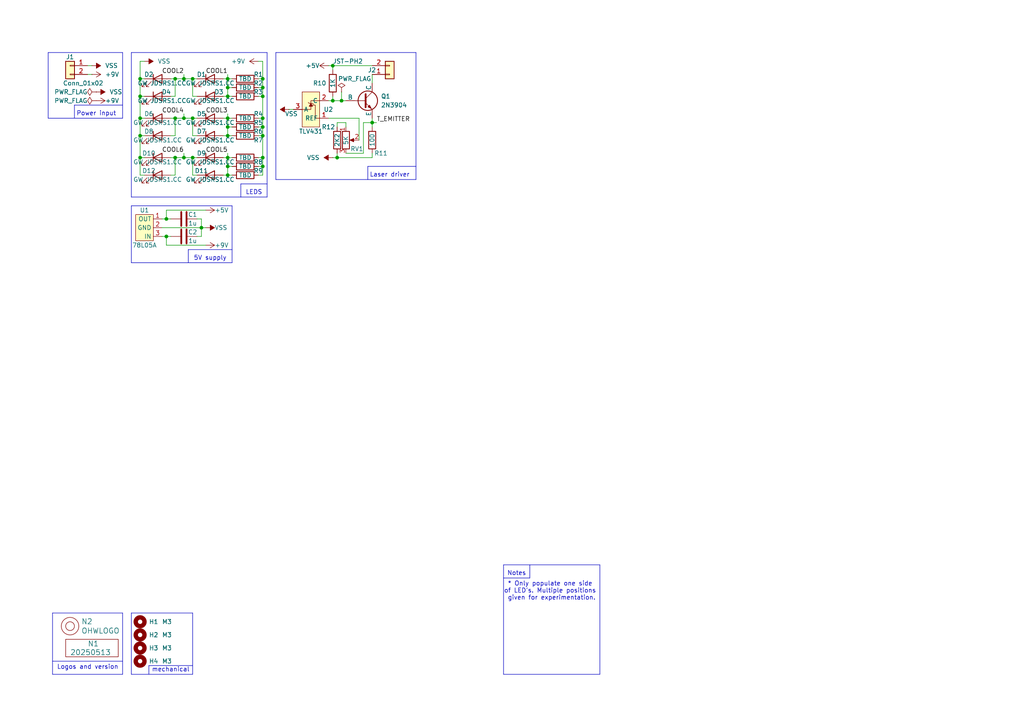
<source format=kicad_sch>
(kicad_sch (version 20231120) (generator "eeschema") (generator_version "8.0")
  (paper "A4")
  (lib_symbols
    (symbol "Connector_Generic:Conn_01x02" (pin_names (offset 1.016) hide)
      (property "Reference" "J" (at 0 2.54 0))
      (property "Value" "Conn_01x02" (at 0 -5.08 0))
      (symbol "Conn_01x02_1_1"
        (rectangle (start -1.27 -2.413) (end 0 -2.667) (stroke (width 0.1524)))
        (rectangle (start -1.27 0.127) (end 0 -0.127) (stroke (width 0.1524)))
        (rectangle (start -1.27 1.27) (end 1.27 -3.81) (stroke (width 0.254)) (fill (type background)))
        (pin passive line (at -5.08 0 0) (length 3.81) (name "Pin_1") (number "1"))
        (pin passive line (at -5.08 -2.54 0) (length 3.81) (name "Pin_2") (number "2"))
      )
    )
    (symbol "Device:C" (pin_numbers hide) (pin_names (offset 0.254))
      (property "Reference" "C" (at 0.635 2.54 0))
      (property "Value" "C" (at 0.635 -2.54 0))
      (symbol "C_0_1"
        (polyline (pts (xy -2.032 -0.762) (xy 2.032 -0.762)) (stroke (width 0.508)))
        (polyline (pts (xy -2.032 0.762) (xy 2.032 0.762)) (stroke (width 0.508)))
      )
      (symbol "C_1_1"
        (pin passive line (at 0 3.81 270) (length 2.794) (name "~") (number "1"))
        (pin passive line (at 0 -3.81 90) (length 2.794) (name "~") (number "2"))
      )
    )
    (symbol "Device:LED" (pin_numbers hide) (pin_names (offset 1.016) hide)
      (property "Reference" "D" (at 0 2.54 0))
      (property "Value" "LED" (at 0 -2.54 0))
      (symbol "LED_0_1"
        (polyline (pts (xy -1.27 -1.27) (xy -1.27 1.27)) (stroke (width 0.254)))
        (polyline (pts (xy -1.27 0) (xy 1.27 0)))
        (polyline (pts (xy 1.27 -1.27) (xy 1.27 1.27) (xy -1.27 0) (xy 1.27 -1.27)) (stroke (width 0.254)))
        (polyline (pts (xy -3.048 -0.762) (xy -4.572 -2.286) (xy -3.81 -2.286) (xy -4.572 -2.286) (xy -4.572 -1.524)))
        (polyline (pts (xy -1.778 -0.762) (xy -3.302 -2.286) (xy -2.54 -2.286) (xy -3.302 -2.286) (xy -3.302 -1.524)))
      )
      (symbol "LED_1_1"
        (pin passive line (at -3.81 0 0) (length 2.54) (name "K") (number "1"))
        (pin passive line (at 3.81 0 180) (length 2.54) (name "A") (number "2"))
      )
    )
    (symbol "Device:R" (pin_numbers hide) (pin_names (offset 0))
      (property "Reference" "R" (at 2.032 0 90))
      (property "Value" "R" (at 0 0 90))
      (symbol "R_0_1"
        (rectangle (start -1.016 -2.54) (end 1.016 2.54) (stroke (width 0.254)))
      )
      (symbol "R_1_1"
        (pin passive line (at 0 3.81 270) (length 1.27) (name "~") (number "1"))
        (pin passive line (at 0 -3.81 90) (length 1.27) (name "~") (number "2"))
      )
    )
    (symbol "Device:R_Potentiometer" (pin_names (offset 1.016) hide)
      (property "Reference" "RV" (at -4.445 0 90))
      (property "Value" "R_Potentiometer" (at -2.54 0 90))
      (symbol "R_Potentiometer_0_1"
        (polyline (pts (xy 2.54 0) (xy 1.524 0)))
        (polyline (pts (xy 1.143 0) (xy 2.286 0.508) (xy 2.286 -0.508) (xy 1.143 0)) (fill (type outline)))
        (rectangle (start 1.016 2.54) (end -1.016 -2.54) (stroke (width 0.254)))
      )
      (symbol "R_Potentiometer_1_1"
        (pin passive line (at 0 3.81 270) (length 1.27) (name "1") (number "1"))
        (pin passive line (at 3.81 0 180) (length 1.27) (name "2") (number "2"))
        (pin passive line (at 0 -3.81 90) (length 1.27) (name "3") (number "3"))
      )
    )
    (symbol "Mechanical:MountingHole" (pin_names (offset 1.016)) (exclude_from_sim yes) (in_bom no)
      (property "Reference" "H" (at 0 5.08 0))
      (property "Value" "MountingHole" (at 0 3.175 0))
      (symbol "MountingHole_0_1"
        (circle (center 0 0) (radius 1.27) (stroke (width 1.27)))
      )
    )
    (symbol "Simulation_SPICE:NPN" (pin_numbers hide) (pin_names (offset 0))
      (property "Reference" "Q" (at -2.54 7.62 0))
      (property "Value" "NPN" (at -2.54 5.08 0))
      (symbol "NPN_0_1"
        (polyline (pts (xy -2.54 0) (xy 0.635 0)) (stroke (width 0.1524)))
        (polyline (pts (xy 0.635 0.635) (xy 2.54 2.54)))
        (polyline (pts (xy 2.794 -1.27) (xy 2.794 -1.27)) (stroke (width 0.1524)))
        (polyline (pts (xy 2.794 -1.27) (xy 2.794 -1.27)) (stroke (width 0.1524)))
        (polyline (pts (xy 0.635 -0.635) (xy 2.54 -2.54) (xy 2.54 -2.54)))
        (polyline (pts (xy 0.635 1.905) (xy 0.635 -1.905) (xy 0.635 -1.905)) (stroke (width 0.508)))
        (polyline (pts (xy 1.27 -1.778) (xy 1.778 -1.27) (xy 2.286 -2.286) (xy 1.27 -1.778) (xy 1.27 -1.778)) (fill (type outline)))
        (circle (center 1.27 0) (radius 2.8194) (stroke (width 0.254)))
      )
      (symbol "NPN_1_1"
        (pin open_collector line (at 2.54 5.08 270) (length 2.54) (name "C") (number "1"))
        (pin input line (at -5.08 0 0) (length 2.54) (name "B") (number "2"))
        (pin open_emitter line (at 2.54 -5.08 90) (length 2.54) (name "E") (number "3"))
      )
    )
    (symbol "SquantorGenericAnalog:LM78LXX"
      (property "Reference" "U" (at 0 6.35 0))
      (symbol "LM78LXX_1_1"
        (rectangle (start -2.54 3.81) (end 2.54 -3.81) (fill (type background)))
        (pin power_out line (at -5.08 2.54 0) (length 2.54) (name "OUT") (number "1"))
        (pin power_in line (at -5.08 0 0) (length 2.54) (name "GND") (number "2"))
        (pin power_in line (at -5.08 -2.54 0) (length 2.54) (name "IN") (number "3"))
      )
    )
    (symbol "SquantorGenericAnalog:TL431_SOT-23"
      (property "Reference" "U" (at 0 6.35 0))
      (symbol "TL431_SOT-23_0_1"
        (polyline (pts (xy -2.54 2.54) (xy -1.27 2.54) (xy -1.27 -1.27) (xy 0 -1.27)))
        (polyline (pts (xy -0.762 -1.524) (xy -0.508 -1.778) (xy 0.508 -1.778) (xy 0.762 -2.032)))
        (polyline (pts (xy 2.54 0) (xy 0 0) (xy 0 -2.54) (xy -2.54 -2.54)))
      )
      (symbol "TL431_SOT-23_1_1"
        (rectangle (start -2.54 5.08) (end 2.54 -5.08) (fill (type background)))
        (polyline (pts (xy 0 -1.778) (xy 0.508 -0.889) (xy -0.508 -0.889) (xy 0 -1.778)) (fill (type outline)))
        (pin input line (at -5.08 2.54 0) (length 2.54) (name "REF") (number "1"))
        (pin power_in line (at -5.08 -2.54 0) (length 2.54) (name "C") (number "2"))
        (pin power_in line (at 5.08 0 180) (length 2.54) (name "A") (number "3"))
      )
    )
    (symbol "SquantorLabels:OHWLOGO" (pin_names (offset 1.016))
      (property "Reference" "N" (at 0 3.81 0))
      (property "Value" "OHWLOGO" (at 0 -3.81 0))
      (symbol "OHWLOGO_0_1"
        (circle (center 0 0) (radius 1.27))
        (circle (center 0 0) (radius 2.54))
      )
    )
    (symbol "SquantorLabels:VYYYYMMDD" (pin_names (offset 1.016))
      (property "Reference" "N" (at 0 2.54 0))
      (property "Value" "VYYYYMMDD" (at 0 0 0))
      (symbol "VYYYYMMDD_0_1"
        (rectangle (start 7.62 -1.27) (end -7.62 3.81))
      )
    )
    (symbol "power:+5V" (power) (pin_numbers hide) (pin_names (offset 0) hide)
      (property "Value" "+5V" (at 0 3.556 0))
      (symbol "+5V_0_1"
        (polyline (pts (xy -0.762 1.27) (xy 0 2.54)))
        (polyline (pts (xy 0 0) (xy 0 2.54)))
        (polyline (pts (xy 0 2.54) (xy 0.762 1.27)))
      )
      (symbol "+5V_1_1"
        (pin power_in line (at 0 0 90) (length 0) (name "~") (number "1"))
      )
    )
    (symbol "power:+9V" (power) (pin_numbers hide) (pin_names (offset 0) hide)
      (property "Value" "+9V" (at 0 3.556 0))
      (symbol "+9V_0_1"
        (polyline (pts (xy -0.762 1.27) (xy 0 2.54)))
        (polyline (pts (xy 0 0) (xy 0 2.54)))
        (polyline (pts (xy 0 2.54) (xy 0.762 1.27)))
      )
      (symbol "+9V_1_1"
        (pin power_in line (at 0 0 90) (length 0) (name "~") (number "1"))
      )
    )
    (symbol "power:PWR_FLAG" (power) (pin_numbers hide) (pin_names (offset 0) hide)
      (property "Value" "PWR_FLAG" (at 0 3.81 0))
      (symbol "PWR_FLAG_0_0"
        (pin power_out line (at 0 0 90) (length 0) (name "~") (number "1"))
      )
      (symbol "PWR_FLAG_0_1"
        (polyline (pts (xy 0 0) (xy 0 1.27) (xy -1.016 1.905) (xy 0 2.54) (xy 1.016 1.905) (xy 0 1.27)))
      )
    )
    (symbol "power:VSS" (power) (pin_numbers hide) (pin_names (offset 0) hide)
      (property "Value" "VSS" (at 0 3.556 0))
      (symbol "VSS_0_1"
        (polyline (pts (xy 0 0) (xy 0 2.54)))
        (polyline (pts (xy 0.762 1.27) (xy -0.762 1.27) (xy 0 2.54) (xy 0.762 1.27)) (fill (type outline)))
      )
      (symbol "VSS_1_1"
        (pin power_in line (at 0 0 90) (length 0) (name "~") (number "1"))
      )
    )
  )
  (junction (at 66.04 22.86))
  (junction (at 55.88 22.86))
  (junction (at 40.64 27.94))
  (junction (at 50.8 45.72))
  (junction (at 76.2 36.83))
  (junction (at 55.88 45.72))
  (junction (at 96.52 29.21))
  (junction (at 66.04 48.26))
  (junction (at 76.2 39.37))
  (junction (at 76.2 48.26))
  (junction (at 53.34 45.72))
  (junction (at 76.2 25.4))
  (junction (at 97.79 45.72))
  (junction (at 107.95 35.56))
  (junction (at 53.34 22.86))
  (junction (at 76.2 22.86))
  (junction (at 66.04 39.37))
  (junction (at 53.34 34.29))
  (junction (at 66.04 45.72))
  (junction (at 76.2 27.94))
  (junction (at 40.64 39.37))
  (junction (at 50.8 22.86))
  (junction (at 76.2 34.29))
  (junction (at 76.2 45.72))
  (junction (at 50.8 34.29))
  (junction (at 66.04 34.29))
  (junction (at 66.04 50.8))
  (junction (at 99.06 29.21))
  (junction (at 66.04 25.4))
  (junction (at 66.04 27.94))
  (junction (at 48.26 68.58))
  (junction (at 40.64 34.29))
  (junction (at 40.64 45.72))
  (junction (at 66.04 36.83))
  (junction (at 58.42 66.04))
  (junction (at 40.64 22.86))
  (junction (at 48.26 63.5))
  (junction (at 55.88 34.29))
  (junction (at 96.52 19.05))
  (wire (pts (xy 57.15 63.5) (xy 58.42 63.5)))
  (wire (pts (xy 100.33 36.83) (xy 100.33 35.56)))
  (polyline (pts (xy 153.67 167.64) (xy 153.67 163.83)))
  (polyline (pts (xy 38.1 177.8) (xy 55.88 177.8)))
  (wire (pts (xy 66.04 25.4) (xy 66.04 27.94)))
  (wire (pts (xy 50.8 22.86) (xy 53.34 22.86)))
  (polyline (pts (xy 77.47 15.24) (xy 38.1 15.24)))
  (polyline (pts (xy 55.88 177.8) (xy 55.88 195.58)))
  (wire (pts (xy 41.91 39.37) (xy 40.64 39.37)))
  (polyline (pts (xy 55.88 195.58) (xy 38.1 195.58)))
  (wire (pts (xy 48.26 60.96) (xy 48.26 63.5)))
  (wire (pts (xy 58.42 68.58) (xy 58.42 66.04)))
  (wire (pts (xy 76.2 22.86) (xy 76.2 25.4)))
  (wire (pts (xy 49.53 50.8) (xy 50.8 50.8)))
  (wire (pts (xy 40.64 27.94) (xy 41.91 27.94)))
  (wire (pts (xy 53.34 21.59) (xy 53.34 22.86)))
  (wire (pts (xy 53.34 33.02) (xy 53.34 34.29)))
  (wire (pts (xy 50.8 45.72) (xy 53.34 45.72)))
  (wire (pts (xy 50.8 27.94) (xy 50.8 22.86)))
  (wire (pts (xy 105.41 44.45) (xy 105.41 35.56)))
  (polyline (pts (xy 120.65 52.07) (xy 120.65 15.24)))
  (wire (pts (xy 96.52 27.94) (xy 96.52 29.21)))
  (polyline (pts (xy 67.31 76.2) (xy 67.31 59.69)))
  (wire (pts (xy 40.64 22.86) (xy 40.64 27.94)))
  (wire (pts (xy 74.93 25.4) (xy 76.2 25.4)))
  (wire (pts (xy 104.14 34.29) (xy 95.25 34.29)))
  (wire (pts (xy 40.64 39.37) (xy 40.64 45.72)))
  (polyline (pts (xy 38.1 195.58) (xy 38.1 177.8)))
  (wire (pts (xy 76.2 34.29) (xy 76.2 36.83)))
  (polyline (pts (xy 15.24 177.8) (xy 15.24 195.58)))
  (wire (pts (xy 96.52 29.21) (xy 99.06 29.21)))
  (polyline (pts (xy 80.01 52.07) (xy 120.65 52.07)))
  (polyline (pts (xy 173.99 195.58) (xy 146.05 195.58)))
  (polyline (pts (xy 80.01 15.24) (xy 80.01 52.07)))
  (polyline (pts (xy 35.56 177.8) (xy 15.24 177.8)))
  (wire (pts (xy 107.95 44.45) (xy 107.95 45.72)))
  (wire (pts (xy 53.34 34.29) (xy 55.88 34.29)))
  (polyline (pts (xy 69.85 53.34) (xy 69.85 57.15)))
  (polyline (pts (xy 35.56 15.24) (xy 13.97 15.24)))
  (wire (pts (xy 59.69 60.96) (xy 48.26 60.96)))
  (polyline (pts (xy 146.05 163.83) (xy 173.99 163.83)))
  (wire (pts (xy 64.77 39.37) (xy 66.04 39.37)))
  (wire (pts (xy 96.52 19.05) (xy 107.95 19.05)))
  (wire (pts (xy 53.34 45.72) (xy 55.88 45.72)))
  (wire (pts (xy 66.04 22.86) (xy 66.04 25.4)))
  (wire (pts (xy 76.2 50.8) (xy 74.93 50.8)))
  (wire (pts (xy 55.88 34.29) (xy 57.15 34.29)))
  (polyline (pts (xy 77.47 53.34) (xy 69.85 53.34)))
  (wire (pts (xy 76.2 36.83) (xy 76.2 39.37)))
  (wire (pts (xy 74.93 45.72) (xy 76.2 45.72)))
  (wire (pts (xy 41.91 50.8) (xy 40.64 50.8)))
  (polyline (pts (xy 146.05 167.64) (xy 153.67 167.64)))
  (polyline (pts (xy 21.59 30.48) (xy 21.59 34.29)))
  (wire (pts (xy 53.34 22.86) (xy 55.88 22.86)))
  (polyline (pts (xy 38.1 15.24) (xy 38.1 57.15)))
  (wire (pts (xy 66.04 34.29) (xy 66.04 36.83)))
  (wire (pts (xy 59.69 71.12) (xy 48.26 71.12)))
  (polyline (pts (xy 67.31 72.39) (xy 54.61 72.39)))
  (wire (pts (xy 40.64 34.29) (xy 41.91 34.29)))
  (polyline (pts (xy 35.56 30.48) (xy 21.59 30.48)))
  (polyline (pts (xy 54.61 72.39) (xy 54.61 76.2)))
  (wire (pts (xy 66.04 36.83) (xy 67.31 36.83)))
  (wire (pts (xy 40.64 27.94) (xy 40.64 34.29)))
  (wire (pts (xy 76.2 39.37) (xy 76.2 45.72)))
  (wire (pts (xy 66.04 36.83) (xy 66.04 39.37)))
  (polyline (pts (xy 106.68 48.26) (xy 106.68 52.07)))
  (wire (pts (xy 40.64 45.72) (xy 40.64 50.8)))
  (wire (pts (xy 57.15 50.8) (xy 55.88 50.8)))
  (wire (pts (xy 46.99 63.5) (xy 48.26 63.5)))
  (wire (pts (xy 96.52 45.72) (xy 97.79 45.72)))
  (wire (pts (xy 48.26 63.5) (xy 49.53 63.5)))
  (wire (pts (xy 66.04 45.72) (xy 66.04 48.26)))
  (polyline (pts (xy 146.05 163.83) (xy 146.05 195.58)))
  (wire (pts (xy 50.8 34.29) (xy 50.8 39.37)))
  (wire (pts (xy 64.77 50.8) (xy 66.04 50.8)))
  (wire (pts (xy 76.2 45.72) (xy 76.2 48.26)))
  (wire (pts (xy 67.31 50.8) (xy 66.04 50.8)))
  (wire (pts (xy 99.06 26.67) (xy 99.06 29.21)))
  (wire (pts (xy 66.04 33.02) (xy 66.04 34.29)))
  (wire (pts (xy 100.33 44.45) (xy 105.41 44.45)))
  (wire (pts (xy 100.33 35.56) (xy 97.79 35.56)))
  (polyline (pts (xy 35.56 34.29) (xy 35.56 15.24)))
  (wire (pts (xy 41.91 17.78) (xy 40.64 17.78)))
  (wire (pts (xy 74.93 22.86) (xy 76.2 22.86)))
  (wire (pts (xy 97.79 35.56) (xy 97.79 36.83)))
  (wire (pts (xy 74.93 17.78) (xy 76.2 17.78)))
  (wire (pts (xy 53.34 44.45) (xy 53.34 45.72)))
  (wire (pts (xy 46.99 66.04) (xy 58.42 66.04)))
  (wire (pts (xy 57.15 68.58) (xy 58.42 68.58)))
  (wire (pts (xy 67.31 34.29) (xy 66.04 34.29)))
  (wire (pts (xy 95.25 19.05) (xy 96.52 19.05)))
  (polyline (pts (xy 13.97 15.24) (xy 13.97 34.29)))
  (wire (pts (xy 66.04 25.4) (xy 67.31 25.4)))
  (wire (pts (xy 49.53 34.29) (xy 50.8 34.29)))
  (polyline (pts (xy 77.47 57.15) (xy 77.47 15.24)))
  (wire (pts (xy 76.2 25.4) (xy 76.2 27.94)))
  (wire (pts (xy 58.42 63.5) (xy 58.42 66.04)))
  (wire (pts (xy 50.8 34.29) (xy 53.34 34.29)))
  (wire (pts (xy 55.88 22.86) (xy 55.88 27.94)))
  (wire (pts (xy 48.26 71.12) (xy 48.26 68.58)))
  (wire (pts (xy 67.31 45.72) (xy 66.04 45.72)))
  (wire (pts (xy 40.64 34.29) (xy 40.64 39.37)))
  (wire (pts (xy 95.25 29.21) (xy 96.52 29.21)))
  (wire (pts (xy 96.52 19.05) (xy 96.52 20.32)))
  (wire (pts (xy 64.77 22.86) (xy 66.04 22.86)))
  (wire (pts (xy 97.79 45.72) (xy 107.95 45.72)))
  (wire (pts (xy 107.95 21.59) (xy 107.95 24.13)))
  (wire (pts (xy 55.88 39.37) (xy 55.88 34.29)))
  (wire (pts (xy 74.93 36.83) (xy 76.2 36.83)))
  (wire (pts (xy 66.04 48.26) (xy 66.04 50.8)))
  (wire (pts (xy 99.06 29.21) (xy 100.33 29.21)))
  (polyline (pts (xy 55.88 193.04) (xy 43.18 193.04)))
  (wire (pts (xy 25.4 21.59) (xy 26.67 21.59)))
  (wire (pts (xy 55.88 22.86) (xy 57.15 22.86)))
  (wire (pts (xy 67.31 27.94) (xy 66.04 27.94)))
  (polyline (pts (xy 120.65 48.26) (xy 106.68 48.26)))
  (wire (pts (xy 66.04 44.45) (xy 66.04 45.72)))
  (wire (pts (xy 76.2 17.78) (xy 76.2 22.86)))
  (wire (pts (xy 76.2 48.26) (xy 76.2 50.8)))
  (wire (pts (xy 50.8 45.72) (xy 50.8 50.8)))
  (wire (pts (xy 64.77 27.94) (xy 66.04 27.94)))
  (wire (pts (xy 107.95 34.29) (xy 107.95 35.56)))
  (polyline (pts (xy 35.56 195.58) (xy 35.56 177.8)))
  (wire (pts (xy 74.93 48.26) (xy 76.2 48.26)))
  (polyline (pts (xy 15.24 195.58) (xy 35.56 195.58)))
  (wire (pts (xy 97.79 44.45) (xy 97.79 45.72)))
  (wire (pts (xy 55.88 45.72) (xy 57.15 45.72)))
  (wire (pts (xy 104.14 40.64) (xy 104.14 34.29)))
  (wire (pts (xy 58.42 66.04) (xy 59.69 66.04)))
  (wire (pts (xy 107.95 35.56) (xy 107.95 36.83)))
  (wire (pts (xy 105.41 35.56) (xy 107.95 35.56)))
  (wire (pts (xy 46.99 68.58) (xy 48.26 68.58)))
  (wire (pts (xy 83.82 31.75) (xy 85.09 31.75)))
  (wire (pts (xy 76.2 39.37) (xy 74.93 39.37)))
  (wire (pts (xy 40.64 17.78) (xy 40.64 22.86)))
  (polyline (pts (xy 13.97 34.29) (xy 35.56 34.29)))
  (wire (pts (xy 49.53 22.86) (xy 50.8 22.86)))
  (polyline (pts (xy 120.65 15.24) (xy 80.01 15.24)))
  (wire (pts (xy 49.53 45.72) (xy 50.8 45.72)))
  (wire (pts (xy 57.15 27.94) (xy 55.88 27.94)))
  (wire (pts (xy 50.8 39.37) (xy 49.53 39.37)))
  (wire (pts (xy 40.64 45.72) (xy 41.91 45.72)))
  (wire (pts (xy 57.15 39.37) (xy 55.88 39.37)))
  (wire (pts (xy 25.4 19.05) (xy 26.67 19.05)))
  (wire (pts (xy 67.31 39.37) (xy 66.04 39.37)))
  (wire (pts (xy 107.95 35.56) (xy 109.22 35.56)))
  (polyline (pts (xy 43.18 193.04) (xy 43.18 195.58)))
  (wire (pts (xy 40.64 22.86) (xy 41.91 22.86)))
  (wire (pts (xy 74.93 34.29) (xy 76.2 34.29)))
  (polyline (pts (xy 173.99 163.83) (xy 173.99 195.58)))
  (polyline (pts (xy 38.1 57.15) (xy 77.47 57.15)))
  (wire (pts (xy 64.77 45.72) (xy 66.04 45.72)))
  (wire (pts (xy 49.53 27.94) (xy 50.8 27.94)))
  (wire (pts (xy 76.2 27.94) (xy 74.93 27.94)))
  (wire (pts (xy 76.2 27.94) (xy 76.2 34.29)))
  (wire (pts (xy 64.77 34.29) (xy 66.04 34.29)))
  (polyline (pts (xy 15.24 191.77) (xy 35.56 191.77)))
  (wire (pts (xy 67.31 22.86) (xy 66.04 22.86)))
  (wire (pts (xy 66.04 48.26) (xy 67.31 48.26)))
  (polyline (pts (xy 38.1 59.69) (xy 38.1 76.2)))
  (polyline (pts (xy 67.31 59.69) (xy 38.1 59.69)))
  (wire (pts (xy 66.04 21.59) (xy 66.04 22.86)))
  (polyline (pts (xy 38.1 76.2) (xy 67.31 76.2)))
  (wire (pts (xy 48.26 68.58) (xy 49.53 68.58)))
  (wire (pts (xy 55.88 45.72) (xy 55.88 50.8)))
  (text "Notes" (at 149.86 166.37 0) (effects (font (size 1.27 1.27))))
  (text "LEDS" (at 73.66 55.88 0) (effects (font (size 1.27 1.27))))
  (text "Logos and version" (at 16.51 194.31 0) (effects (font (size 1.27 1.27)) (justify left bottom)))
  (text "mechanical" (at 49.53 194.31 0) (effects (font (size 1.27 1.27))))
  (text "Power input" (at 27.94 33.02 0) (effects (font (size 1.27 1.27))))
  (text "Laser driver" (at 113.03 50.8 0) (effects (font (size 1.27 1.27))))
  (text "* Only populate one side \nof LED's. Multiple positions \ngiven for experimentation." (at 160.02 171.45 0) (effects (font (size 1.27 1.27))))
  (text "5V supply" (at 60.96 74.93 0) (effects (font (size 1.27 1.27))))
  (label "T_EMITTER" (at 109.22 35.56 0))
  (label "COOL5" (at 66.04 44.45 180))
  (label "COOL4" (at 53.34 33.02 180))
  (label "COOL2" (at 53.34 21.59 180))
  (label "COOL3" (at 66.04 33.02 180))
  (label "COOL1" (at 66.04 21.59 180))
  (label "COOL6" (at 53.34 44.45 180))
  (symbol (lib_id "SquantorLabels:VYYYYMMDD") (at 26.67 189.23 0) (unit 1)
    (property "Reference" "N1" (at 25.4 186.69 0) (effects (font (size 1.524 1.524)) (justify left)))
    (property "Value" "20250513" (at 20.32 189.23 0) (effects (font (size 1.524 1.524)) (justify left)))
    (property "Footprint" "SquantorLabels:Label_Generic" (effects (hide yes)))
  )
  (symbol (lib_id "SquantorLabels:OHWLOGO") (at 20.32 181.61 0) (unit 1)
    (property "Reference" "N2" (at 23.5712 180.2638 0) (effects (font (size 1.524 1.524)) (justify left)))
    (property "Value" "OHWLOGO" (at 23.5712 182.9562 0) (effects (font (size 1.524 1.524)) (justify left)))
    (property "Footprint" "Symbol:OSHW-Symbol_6.7x6mm_SilkScreen" (effects (hide yes)))
  )
  (symbol (lib_id "Device:C") (at 53.34 68.58 90) (unit 1)
    (property "Reference" "C2" (at 55.88 67.31 90))
    (property "Value" "1u" (at 55.88 69.85 90))
    (property "Footprint" "SquantorCapacitor:C_0805+0603" (effects (hide yes)))
    (property "Description" "Unpolarized capacitor" (effects (hide yes)))
  )
  (symbol (lib_id "Device:R") (at 71.12 36.83 90) (unit 1)
    (property "Reference" "R5" (at 74.93 35.56 90))
    (property "Value" "TBD" (at 71.12 36.83 90))
    (property "Footprint" "SquantorResistor:R_0805+0603" (effects (hide yes)))
    (property "Description" "Resistor" (effects (hide yes)))
  )
  (symbol (lib_id "power:VSS") (at 26.67 19.05 270) (unit 1)
    (property "Reference" "#PWR1" (effects (hide yes)))
    (property "Value" "VSS" (at 30.48 19.0499 90) (effects (justify left)))
    (property "Description" "Power symbol creates a global label with name \"VSS\"" (effects (hide yes)))
  )
  (symbol (lib_id "power:VSS") (at 83.82 31.75 90) (unit 1)
    (property "Reference" "#PWR8" (effects (hide yes)))
    (property "Value" "VSS" (at 86.36 33.02 90) (effects (justify left)))
    (property "Description" "Power symbol creates a global label with name \"VSS\"" (effects (hide yes)))
  )
  (symbol (lib_id "power:+5V") (at 95.25 19.05 90) (unit 1)
    (property "Reference" "#PWR9" (effects (hide yes)))
    (property "Value" "+5V" (at 92.71 19.05 90) (effects (justify left)))
    (property "Description" "Power symbol creates a global label with name \"+5V\"" (effects (hide yes)))
  )
  (symbol (lib_id "Mechanical:MountingHole") (at 40.64 184.15 0) (unit 1) (exclude_from_sim yes) (in_bom no)
    (property "Reference" "H2" (at 43.18 184.15 0) (effects (justify left)))
    (property "Value" "M3" (at 46.99 184.15 0) (effects (justify left)))
    (property "Footprint" "SquantorPcbOutline:MountingHole_3.2mm_M3_Pad_Via" (effects (hide yes)))
    (property "Description" "Mounting Hole without connection" (effects (hide yes)))
  )
  (symbol (lib_id "Device:R") (at 71.12 39.37 90) (unit 1)
    (property "Reference" "R6" (at 74.93 38.1 90))
    (property "Value" "TBD" (at 71.12 39.37 90))
    (property "Footprint" "SquantorResistor:R_0805+0603" (effects (hide yes)))
    (property "Description" "Resistor" (effects (hide yes)))
  )
  (symbol (lib_id "Device:R") (at 71.12 48.26 90) (unit 1)
    (property "Reference" "R8" (at 74.93 46.99 90))
    (property "Value" "TBD" (at 71.12 48.26 90))
    (property "Footprint" "SquantorResistor:R_0805+0603" (effects (hide yes)))
    (property "Description" "Resistor" (effects (hide yes)))
  )
  (symbol (lib_id "Device:LED") (at 45.72 22.86 0) (unit 1)
    (property "Reference" "D2" (at 43.18 21.59 0))
    (property "Value" "GW JDSRS1.CC" (at 46.99 24.13 0))
    (property "Footprint" "SquantorDiodes:LED_5630_PAD_ANODE" (effects (hide yes)))
    (property "Description" "Light emitting diode" (effects (hide yes)))
  )
  (symbol (lib_id "Device:LED") (at 45.72 34.29 0) (unit 1)
    (property "Reference" "D6" (at 43.18 33.02 0))
    (property "Value" "GW JDSRS1.CC" (at 45.72 35.56 0))
    (property "Footprint" "SquantorDiodes:LED_5630_PAD_ANODE" (effects (hide yes)))
    (property "Description" "Light emitting diode" (effects (hide yes)))
  )
  (symbol (lib_id "Mechanical:MountingHole") (at 40.64 180.34 0) (unit 1) (exclude_from_sim yes) (in_bom no)
    (property "Reference" "H1" (at 43.18 180.34 0) (effects (justify left)))
    (property "Value" "M3" (at 46.99 180.34 0) (effects (justify left)))
    (property "Footprint" "SquantorPcbOutline:MountingHole_3.2mm_M3_Pad_Via" (effects (hide yes)))
    (property "Description" "Mounting Hole without connection" (effects (hide yes)))
  )
  (symbol (lib_id "Device:LED") (at 45.72 39.37 0) (unit 1)
    (property "Reference" "D8" (at 43.18 38.1 0))
    (property "Value" "GW JDSRS1.CC" (at 45.72 40.64 0))
    (property "Footprint" "SquantorDiodes:LED_5630_PAD_ANODE" (effects (hide yes)))
    (property "Description" "Light emitting diode" (effects (hide yes)))
  )
  (symbol (lib_id "power:+9V") (at 59.69 71.12 270) (unit 1)
    (property "Reference" "#PWR6" (effects (hide yes)))
    (property "Value" "+9V" (at 62.23 71.12 90) (effects (justify left)))
    (property "Description" "Power symbol creates a global label with name \"+9V\"" (effects (hide yes)))
  )
  (symbol (lib_id "power:+9V") (at 74.93 17.78 90) (unit 1)
    (property "Reference" "#PWR4" (effects (hide yes)))
    (property "Value" "+9V" (at 71.12 17.7799 90) (effects (justify left)))
    (property "Description" "Power symbol creates a global label with name \"+9V\"" (effects (hide yes)))
  )
  (symbol (lib_id "Device:LED") (at 60.96 22.86 0) (unit 1)
    (property "Reference" "D1" (at 58.42 21.59 0))
    (property "Value" "GW JDSRS1.CC" (at 60.96 24.13 0))
    (property "Footprint" "SquantorDiodes:LED_5630_PAD_ANODE" (effects (hide yes)))
    (property "Description" "Light emitting diode" (effects (hide yes)))
  )
  (symbol (lib_id "Connector_Generic:Conn_01x02") (at 20.32 19.05 0) (mirror y) (unit 1)
    (property "Reference" "J1" (at 20.32 16.51 0))
    (property "Value" "Conn_01x02" (at 24.13 24.13 0))
    (property "Footprint" "Connector_JST:JST_XH_S2B-XH-A_1x02_P2.50mm_Horizontal" (effects (hide yes)))
    (property "Description" "Generic connector, single row, 01x02, script generated (kicad-library-utils/schlib/autogen/connector/)" (effects (hide yes)))
  )
  (symbol (lib_id "Device:R") (at 107.95 40.64 180) (unit 1)
    (property "Reference" "R11" (at 110.49 44.45 0))
    (property "Value" "100" (at 107.95 40.64 90))
    (property "Footprint" "SquantorResistor:R_0805+0603" (effects (hide yes)))
    (property "Description" "Resistor" (effects (hide yes)))
  )
  (symbol (lib_id "Device:R") (at 71.12 27.94 90) (unit 1)
    (property "Reference" "R3" (at 74.93 26.67 90))
    (property "Value" "TBD" (at 71.12 27.94 90))
    (property "Footprint" "SquantorResistor:R_0805+0603" (effects (hide yes)))
    (property "Description" "Resistor" (effects (hide yes)))
  )
  (symbol (lib_id "power:VSS") (at 59.69 66.04 270) (unit 1)
    (property "Reference" "#PWR5" (effects (hide yes)))
    (property "Value" "VSS" (at 62.23 66.04 90) (effects (justify left)))
    (property "Description" "Power symbol creates a global label with name \"VSS\"" (effects (hide yes)))
  )
  (symbol (lib_id "Device:R") (at 71.12 22.86 90) (unit 1)
    (property "Reference" "R1" (at 74.93 21.59 90))
    (property "Value" "TBD" (at 71.12 22.86 90))
    (property "Footprint" "SquantorResistor:R_0805+0603" (effects (hide yes)))
    (property "Description" "Resistor" (effects (hide yes)))
  )
  (symbol (lib_id "power:VSS") (at 27.94 26.67 270) (unit 1)
    (property "Reference" "#PWR11" (effects (hide yes)))
    (property "Value" "VSS" (at 31.75 26.6699 90) (effects (justify left)))
    (property "Description" "Power symbol creates a global label with name \"VSS\"" (effects (hide yes)))
  )
  (symbol (lib_id "Device:LED") (at 45.72 50.8 0) (unit 1)
    (property "Reference" "D12" (at 43.18 49.53 0))
    (property "Value" "GW JDSRS1.CC" (at 45.72 52.07 0))
    (property "Footprint" "SquantorDiodes:LED_5630_PAD_ANODE" (effects (hide yes)))
    (property "Description" "Light emitting diode" (effects (hide yes)))
  )
  (symbol (lib_id "Device:R") (at 71.12 45.72 90) (unit 1)
    (property "Reference" "R7" (at 74.93 40.64 90))
    (property "Value" "TBD" (at 71.12 45.72 90))
    (property "Footprint" "SquantorResistor:R_0805+0603" (effects (hide yes)))
    (property "Description" "Resistor" (effects (hide yes)))
  )
  (symbol (lib_id "power:PWR_FLAG") (at 27.94 26.67 90) (unit 1)
    (property "Reference" "#FLG1" (effects (hide yes)))
    (property "Value" "PWR_FLAG" (at 25.4 26.67 90) (effects (justify left)))
    (property "Description" "Special symbol for telling ERC where power comes from" (effects (hide yes)))
  )
  (symbol (lib_id "Device:R") (at 97.79 40.64 180) (unit 1)
    (property "Reference" "R12" (at 95.25 36.83 0))
    (property "Value" "2K2" (at 97.79 40.64 90))
    (property "Footprint" "SquantorResistor:R_0603_hand" (effects (hide yes)))
    (property "Description" "Resistor" (effects (hide yes)))
  )
  (symbol (lib_id "Device:R") (at 71.12 25.4 90) (unit 1)
    (property "Reference" "R2" (at 74.93 24.13 90))
    (property "Value" "TBD" (at 71.12 25.4 90))
    (property "Footprint" "SquantorResistor:R_0805+0603" (effects (hide yes)))
    (property "Description" "Resistor" (effects (hide yes)))
  )
  (symbol (lib_id "Device:C") (at 53.34 63.5 90) (unit 1)
    (property "Reference" "C1" (at 55.88 62.23 90))
    (property "Value" "1u" (at 55.88 64.77 90))
    (property "Footprint" "SquantorCapacitor:C_0805+0603" (effects (hide yes)))
    (property "Description" "Unpolarized capacitor" (effects (hide yes)))
  )
  (symbol (lib_id "power:PWR_FLAG") (at 27.94 29.21 90) (unit 1)
    (property "Reference" "#FLG2" (effects (hide yes)))
    (property "Value" "PWR_FLAG" (at 25.4 29.21 90) (effects (justify left)))
    (property "Description" "Special symbol for telling ERC where power comes from" (effects (hide yes)))
  )
  (symbol (lib_id "Device:LED") (at 60.96 50.8 0) (unit 1)
    (property "Reference" "D11" (at 58.42 49.53 0))
    (property "Value" "GW JDSRS1.CC" (at 60.96 52.07 0))
    (property "Footprint" "SquantorDiodes:LED_5630_PAD_ANODE" (effects (hide yes)))
    (property "Description" "Light emitting diode" (effects (hide yes)))
  )
  (symbol (lib_id "Device:LED") (at 45.72 27.94 0) (unit 1)
    (property "Reference" "D4" (at 48.26 26.67 0))
    (property "Value" "GW JDSRS1.CC" (at 46.99 29.21 0))
    (property "Footprint" "SquantorDiodes:LED_5630_PAD_ANODE" (effects (hide yes)))
    (property "Description" "Light emitting diode" (effects (hide yes)))
  )
  (symbol (lib_id "Mechanical:MountingHole") (at 40.64 191.77 0) (unit 1) (exclude_from_sim yes) (in_bom no)
    (property "Reference" "H4" (at 43.18 191.77 0) (effects (justify left)))
    (property "Value" "M3" (at 46.99 191.77 0) (effects (justify left)))
    (property "Footprint" "SquantorPcbOutline:MountingHole_3.2mm_M3_Pad_Via" (effects (hide yes)))
    (property "Description" "Mounting Hole without connection" (effects (hide yes)))
  )
  (symbol (lib_id "SquantorGenericAnalog:TL431_SOT-23") (at 90.17 31.75 180) (unit 1)
    (property "Reference" "U2" (at 95.25 31.75 0))
    (property "Value" "TLV431" (at 90.17 38.1 0))
    (property "Footprint" "SquantorIC:SOT23-3" (effects (hide yes)))
    (property "Description" "TL431 programmable shunt regulator SOT-23" (effects (hide yes)))
  )
  (symbol (lib_id "Connector_Generic:Conn_01x02") (at 113.03 21.59 0) (mirror x) (unit 1)
    (property "Reference" "J2" (at 106.68 20.32 0) (effects (justify left)))
    (property "Value" "JST-PH2" (at 96.52 17.78 0) (effects (justify left)))
    (property "Footprint" "Connector_JST:JST_PH_S2B-PH-K_1x02_P2.00mm_Horizontal" (effects (hide yes)))
    (property "Description" "Generic connector, single row, 01x02, script generated (kicad-library-utils/schlib/autogen/connector/)" (effects (hide yes)))
  )
  (symbol (lib_id "Device:LED") (at 45.72 45.72 0) (unit 1)
    (property "Reference" "D10" (at 43.18 44.45 0))
    (property "Value" "GW JDSRS1.CC" (at 45.72 46.99 0))
    (property "Footprint" "SquantorDiodes:LED_5630_PAD_ANODE" (effects (hide yes)))
    (property "Description" "Light emitting diode" (effects (hide yes)))
  )
  (symbol (lib_id "Device:R") (at 71.12 50.8 90) (unit 1)
    (property "Reference" "R9" (at 74.93 49.53 90))
    (property "Value" "TBD" (at 71.12 50.8 90))
    (property "Footprint" "SquantorResistor:R_0805+0603" (effects (hide yes)))
    (property "Description" "Resistor" (effects (hide yes)))
  )
  (symbol (lib_id "power:VSS") (at 41.91 17.78 270) (unit 1)
    (property "Reference" "#PWR3" (effects (hide yes)))
    (property "Value" "VSS" (at 45.72 17.7799 90) (effects (justify left)))
    (property "Description" "Power symbol creates a global label with name \"VSS\"" (effects (hide yes)))
  )
  (symbol (lib_id "power:VSS") (at 96.52 45.72 90) (unit 1)
    (property "Reference" "#PWR10" (effects (hide yes)))
    (property "Value" "VSS" (at 92.71 45.7199 90) (effects (justify left)))
    (property "Description" "Power symbol creates a global label with name \"VSS\"" (effects (hide yes)))
  )
  (symbol (lib_id "Simulation_SPICE:NPN") (at 105.41 29.21 0) (unit 1)
    (property "Reference" "Q1" (at 110.49 27.9399 0) (effects (justify left)))
    (property "Value" "2N3904" (at 110.49 30.4799 0) (effects (justify left)))
    (property "Footprint" "SquantorIC:SOT23-3" (effects (hide yes)))
    (property "Datasheet" "https://ngspice.sourceforge.io/docs/ngspice-html-manual/manual.xhtml#cha_BJTs" (effects (hide yes)))
    (property "Description" "Bipolar transistor symbol for simulation only, substrate tied to the emitter" (effects (hide yes)))
    (property "Sim.Device" "NPN" (effects (hide yes)))
    (property "Sim.Type" "GUMMELPOON" (effects (hide yes)))
    (property "Sim.Pins" "1=C 2=B 3=E" (effects (hide yes)))
  )
  (symbol (lib_id "SquantorGenericAnalog:LM78LXX") (at 41.91 66.04 0) (mirror y) (unit 1)
    (property "Reference" "U1" (at 41.91 60.96 0))
    (property "Value" "78L05A" (at 41.91 71.12 0))
    (property "Footprint" "SquantorIC:SOT89-NXP" (effects (hide yes)))
  )
  (symbol (lib_id "Device:LED") (at 60.96 34.29 0) (unit 1)
    (property "Reference" "D5" (at 58.42 33.02 0))
    (property "Value" "GW JDSRS1.CC" (at 60.96 35.56 0))
    (property "Footprint" "SquantorDiodes:LED_5630_PAD_ANODE" (effects (hide yes)))
    (property "Description" "Light emitting diode" (effects (hide yes)))
  )
  (symbol (lib_id "Device:R_Potentiometer") (at 100.33 40.64 0) (unit 1)
    (property "Reference" "RV1" (at 105.41 43.18 0) (effects (justify right)))
    (property "Value" "5K" (at 100.33 39.37 90) (effects (justify right)))
    (property "Footprint" "SquantorResistor:POT-Bourns-3362P" (effects (hide yes)))
    (property "Description" "Potentiometer" (effects (hide yes)))
  )
  (symbol (lib_id "power:PWR_FLAG") (at 99.06 26.67 0) (unit 1)
    (property "Reference" "#FLG3" (effects (hide yes)))
    (property "Value" "PWR_FLAG" (at 102.87 22.86 0))
    (property "Description" "Special symbol for telling ERC where power comes from" (effects (hide yes)))
  )
  (symbol (lib_id "Device:LED") (at 60.96 45.72 0) (unit 1)
    (property "Reference" "D9" (at 58.42 44.45 0))
    (property "Value" "GW JDSRS1.CC" (at 60.96 46.99 0))
    (property "Footprint" "SquantorDiodes:LED_5630_PAD_ANODE" (effects (hide yes)))
    (property "Description" "Light emitting diode" (effects (hide yes)))
  )
  (symbol (lib_id "Mechanical:MountingHole") (at 40.64 187.96 0) (unit 1) (exclude_from_sim yes) (in_bom no)
    (property "Reference" "H3" (at 43.18 187.96 0) (effects (justify left)))
    (property "Value" "M3" (at 46.99 187.96 0) (effects (justify left)))
    (property "Footprint" "SquantorPcbOutline:MountingHole_3.2mm_M3_Pad_Via" (effects (hide yes)))
    (property "Description" "Mounting Hole without connection" (effects (hide yes)))
  )
  (symbol (lib_id "power:+9V") (at 27.94 29.21 270) (unit 1)
    (property "Reference" "#PWR12" (effects (hide yes)))
    (property "Value" "+9V" (at 30.48 29.21 90) (effects (justify left)))
    (property "Description" "Power symbol creates a global label with name \"+9V\"" (effects (hide yes)))
  )
  (symbol (lib_id "Device:R") (at 71.12 34.29 90) (unit 1)
    (property "Reference" "R4" (at 74.93 33.02 90))
    (property "Value" "TBD" (at 71.12 34.29 90))
    (property "Footprint" "SquantorResistor:R_0805+0603" (effects (hide yes)))
    (property "Description" "Resistor" (effects (hide yes)))
  )
  (symbol (lib_id "power:+5V") (at 59.69 60.96 270) (unit 1)
    (property "Reference" "#PWR7" (effects (hide yes)))
    (property "Value" "+5V" (at 62.23 60.96 90) (effects (justify left)))
    (property "Description" "Power symbol creates a global label with name \"+5V\"" (effects (hide yes)))
  )
  (symbol (lib_id "Device:LED") (at 60.96 39.37 0) (unit 1)
    (property "Reference" "D7" (at 58.42 38.1 0))
    (property "Value" "GW JDSRS1.CC" (at 60.96 40.64 0))
    (property "Footprint" "SquantorDiodes:LED_5630_PAD_ANODE" (effects (hide yes)))
    (property "Description" "Light emitting diode" (effects (hide yes)))
  )
  (symbol (lib_id "Device:R") (at 96.52 24.13 180) (unit 1)
    (property "Reference" "R10" (at 92.71 24.13 0))
    (property "Value" "1K" (at 96.52 24.13 90))
    (property "Footprint" "SquantorResistor:R_0603_hand" (effects (hide yes)))
    (property "Description" "Resistor" (effects (hide yes)))
  )
  (symbol (lib_id "power:+9V") (at 26.67 21.59 270) (unit 1)
    (property "Reference" "#PWR2" (effects (hide yes)))
    (property "Value" "+9V" (at 30.48 21.5899 90) (effects (justify left)))
    (property "Description" "Power symbol creates a global label with name \"+9V\"" (effects (hide yes)))
  )
  (symbol (lib_id "Device:LED") (at 60.96 27.94 0) (unit 1)
    (property "Reference" "D3" (at 63.5 26.67 0))
    (property "Value" "GW JDSRS1.CC" (at 60.96 29.21 0))
    (property "Footprint" "SquantorDiodes:LED_5630_PAD_ANODE" (effects (hide yes)))
    (property "Description" "Light emitting diode" (effects (hide yes)))
  )
)
</source>
